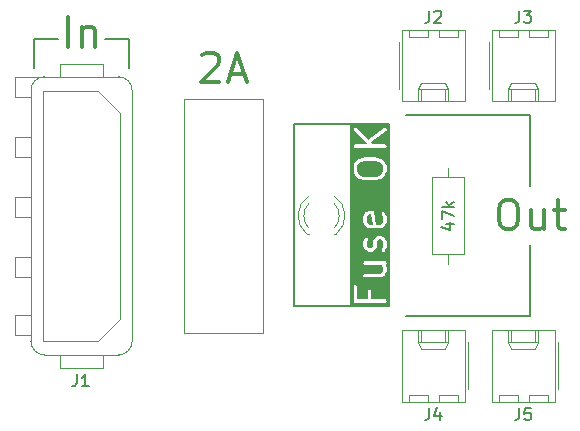
<source format=gbr>
%TF.GenerationSoftware,KiCad,Pcbnew,8.0.8*%
%TF.CreationDate,2025-04-29T10:47:02+02:00*%
%TF.ProjectId,stern-aux-power-distribution,73746572-6e2d-4617-9578-2d706f776572,rev?*%
%TF.SameCoordinates,Original*%
%TF.FileFunction,Legend,Top*%
%TF.FilePolarity,Positive*%
%FSLAX46Y46*%
G04 Gerber Fmt 4.6, Leading zero omitted, Abs format (unit mm)*
G04 Created by KiCad (PCBNEW 8.0.8) date 2025-04-29 10:47:02*
%MOMM*%
%LPD*%
G01*
G04 APERTURE LIST*
%ADD10C,0.200000*%
%ADD11C,0.300000*%
%ADD12C,0.150000*%
%ADD13C,0.120000*%
G04 APERTURE END LIST*
D10*
X26020000Y-17180000D02*
X26020000Y-19680000D01*
X18020000Y-17180000D02*
X18020000Y-19680000D01*
X20020000Y-17180000D02*
X18020000Y-17180000D01*
X26020000Y-17180000D02*
X24020000Y-17180000D01*
X48020000Y-24380000D02*
X40020000Y-24380000D01*
X48020000Y-39780000D02*
X40020000Y-39780000D01*
X40020000Y-39780000D02*
X40020000Y-24380000D01*
X60020000Y-29680000D02*
X60020000Y-23680000D01*
X60020000Y-40680000D02*
X60020000Y-34680000D01*
X49520000Y-40680000D02*
X60020000Y-40680000D01*
X49520000Y-23680000D02*
X60020000Y-23680000D01*
D11*
X57936666Y-30820947D02*
X58412857Y-30820947D01*
X58412857Y-30820947D02*
X58650952Y-30939995D01*
X58650952Y-30939995D02*
X58889047Y-31178090D01*
X58889047Y-31178090D02*
X59008095Y-31654280D01*
X59008095Y-31654280D02*
X59008095Y-32487614D01*
X59008095Y-32487614D02*
X58889047Y-32963804D01*
X58889047Y-32963804D02*
X58650952Y-33201900D01*
X58650952Y-33201900D02*
X58412857Y-33320947D01*
X58412857Y-33320947D02*
X57936666Y-33320947D01*
X57936666Y-33320947D02*
X57698571Y-33201900D01*
X57698571Y-33201900D02*
X57460476Y-32963804D01*
X57460476Y-32963804D02*
X57341428Y-32487614D01*
X57341428Y-32487614D02*
X57341428Y-31654280D01*
X57341428Y-31654280D02*
X57460476Y-31178090D01*
X57460476Y-31178090D02*
X57698571Y-30939995D01*
X57698571Y-30939995D02*
X57936666Y-30820947D01*
X61150952Y-31654280D02*
X61150952Y-33320947D01*
X60079524Y-31654280D02*
X60079524Y-32963804D01*
X60079524Y-32963804D02*
X60198571Y-33201900D01*
X60198571Y-33201900D02*
X60436666Y-33320947D01*
X60436666Y-33320947D02*
X60793809Y-33320947D01*
X60793809Y-33320947D02*
X61031905Y-33201900D01*
X61031905Y-33201900D02*
X61150952Y-33082852D01*
X61984286Y-31654280D02*
X62936667Y-31654280D01*
X62341429Y-30820947D02*
X62341429Y-32963804D01*
X62341429Y-32963804D02*
X62460476Y-33201900D01*
X62460476Y-33201900D02*
X62698571Y-33320947D01*
X62698571Y-33320947D02*
X62936667Y-33320947D01*
X20889048Y-17858447D02*
X20889048Y-15358447D01*
X22079524Y-16191780D02*
X22079524Y-17858447D01*
X22079524Y-16429876D02*
X22198571Y-16310828D01*
X22198571Y-16310828D02*
X22436666Y-16191780D01*
X22436666Y-16191780D02*
X22793809Y-16191780D01*
X22793809Y-16191780D02*
X23031905Y-16310828D01*
X23031905Y-16310828D02*
X23150952Y-16548923D01*
X23150952Y-16548923D02*
X23150952Y-17858447D01*
G36*
X46682144Y-32922856D02*
G01*
X46424334Y-32922856D01*
X46262631Y-32842004D01*
X46181780Y-32680302D01*
X46181780Y-32274933D01*
X46262631Y-32113230D01*
X46424333Y-32032380D01*
X46504049Y-32032380D01*
X46682144Y-32922856D01*
G37*
G36*
X47264616Y-27613061D02*
G01*
X47456121Y-27804567D01*
X47548447Y-27989217D01*
X47548447Y-28394589D01*
X47456121Y-28579239D01*
X47264616Y-28770745D01*
X46846650Y-28875237D01*
X46050245Y-28875237D01*
X45632278Y-28770745D01*
X45440772Y-28579239D01*
X45348447Y-28394588D01*
X45348447Y-27989218D01*
X45440772Y-27804567D01*
X45632278Y-27613061D01*
X46050245Y-27508570D01*
X46846650Y-27508570D01*
X47264616Y-27613061D01*
G37*
G36*
X48126225Y-39810158D02*
G01*
X44770669Y-39810158D01*
X44770669Y-38191904D01*
X45048447Y-38191904D01*
X45048447Y-39382380D01*
X45051329Y-39411644D01*
X45073727Y-39465716D01*
X45115111Y-39507100D01*
X45169183Y-39529498D01*
X45198447Y-39532380D01*
X47698447Y-39532380D01*
X47727711Y-39529498D01*
X47781783Y-39507100D01*
X47823167Y-39465716D01*
X47845565Y-39411644D01*
X47845565Y-39353116D01*
X47823167Y-39299044D01*
X47781783Y-39257660D01*
X47727711Y-39235262D01*
X47698447Y-39232380D01*
X46538923Y-39232380D01*
X46538923Y-38549047D01*
X46536041Y-38519783D01*
X46513643Y-38465711D01*
X46472259Y-38424327D01*
X46418187Y-38401929D01*
X46359659Y-38401929D01*
X46305587Y-38424327D01*
X46264203Y-38465711D01*
X46241805Y-38519783D01*
X46238923Y-38549047D01*
X46238923Y-39232380D01*
X45348447Y-39232380D01*
X45348447Y-38191904D01*
X45345565Y-38162640D01*
X45323167Y-38108568D01*
X45281783Y-38067184D01*
X45227711Y-38044786D01*
X45169183Y-38044786D01*
X45115111Y-38067184D01*
X45073727Y-38108568D01*
X45051329Y-38162640D01*
X45048447Y-38191904D01*
X44770669Y-38191904D01*
X44770669Y-36138831D01*
X45884662Y-36138831D01*
X45884662Y-36197359D01*
X45907060Y-36251431D01*
X45948444Y-36292815D01*
X46002516Y-36315213D01*
X46031780Y-36318095D01*
X47398220Y-36318095D01*
X47456121Y-36375996D01*
X47548447Y-36560647D01*
X47548447Y-36846971D01*
X47467596Y-37008672D01*
X47305894Y-37089523D01*
X46031780Y-37089523D01*
X46002516Y-37092405D01*
X45948444Y-37114803D01*
X45907060Y-37156187D01*
X45884662Y-37210259D01*
X45884662Y-37268787D01*
X45907060Y-37322859D01*
X45948444Y-37364243D01*
X46002516Y-37386641D01*
X46031780Y-37389523D01*
X47341304Y-37389523D01*
X47370568Y-37386641D01*
X47375546Y-37384578D01*
X47380922Y-37384197D01*
X47408386Y-37373687D01*
X47646482Y-37254640D01*
X47651375Y-37251559D01*
X47653684Y-37250790D01*
X47656558Y-37248296D01*
X47671367Y-37238975D01*
X47683690Y-37224766D01*
X47697899Y-37212443D01*
X47707220Y-37197634D01*
X47709714Y-37194760D01*
X47710483Y-37192451D01*
X47713564Y-37187558D01*
X47832611Y-36949463D01*
X47843121Y-36921999D01*
X47843502Y-36916623D01*
X47845565Y-36911645D01*
X47848447Y-36882381D01*
X47848447Y-36525238D01*
X47845565Y-36495974D01*
X47843502Y-36490995D01*
X47843121Y-36485620D01*
X47832611Y-36458156D01*
X47755404Y-36303741D01*
X47781783Y-36292815D01*
X47823167Y-36251431D01*
X47845565Y-36197359D01*
X47845565Y-36138831D01*
X47823167Y-36084759D01*
X47781783Y-36043375D01*
X47727711Y-36020977D01*
X47698447Y-36018095D01*
X46031780Y-36018095D01*
X46002516Y-36020977D01*
X45948444Y-36043375D01*
X45907060Y-36084759D01*
X45884662Y-36138831D01*
X44770669Y-36138831D01*
X44770669Y-34382380D01*
X45881780Y-34382380D01*
X45881780Y-34739523D01*
X45884662Y-34768787D01*
X45886723Y-34773764D01*
X45887106Y-34779142D01*
X45897616Y-34806605D01*
X46016664Y-35044701D01*
X46019743Y-35049592D01*
X46020513Y-35051902D01*
X46023007Y-35054778D01*
X46032329Y-35069586D01*
X46046537Y-35081908D01*
X46058860Y-35096117D01*
X46073665Y-35105436D01*
X46076544Y-35107933D01*
X46078855Y-35108703D01*
X46083746Y-35111782D01*
X46321841Y-35230830D01*
X46349305Y-35241340D01*
X46354680Y-35241721D01*
X46359659Y-35243784D01*
X46388923Y-35246666D01*
X46507971Y-35246666D01*
X46537235Y-35243784D01*
X46542212Y-35241722D01*
X46547590Y-35241340D01*
X46575053Y-35230830D01*
X46813149Y-35111782D01*
X46818040Y-35108702D01*
X46820350Y-35107933D01*
X46823226Y-35105438D01*
X46838034Y-35096117D01*
X46850356Y-35081908D01*
X46864565Y-35069586D01*
X46873884Y-35054780D01*
X46876381Y-35051902D01*
X46877151Y-35049590D01*
X46880230Y-35044700D01*
X46999278Y-34806605D01*
X47009788Y-34779141D01*
X47010169Y-34773765D01*
X47012232Y-34768787D01*
X47015114Y-34739523D01*
X47015114Y-34417789D01*
X47095964Y-34256088D01*
X47257667Y-34175237D01*
X47305894Y-34175237D01*
X47467596Y-34256088D01*
X47548447Y-34417789D01*
X47548447Y-34823161D01*
X47445236Y-35029584D01*
X47434726Y-35057048D01*
X47430578Y-35115428D01*
X47449086Y-35170950D01*
X47487433Y-35215165D01*
X47539782Y-35241340D01*
X47598162Y-35245488D01*
X47653684Y-35226980D01*
X47697899Y-35188633D01*
X47713564Y-35163748D01*
X47832611Y-34925653D01*
X47843121Y-34898189D01*
X47843502Y-34892813D01*
X47845565Y-34887835D01*
X47848447Y-34858571D01*
X47848447Y-34382380D01*
X47845565Y-34353116D01*
X47843502Y-34348137D01*
X47843121Y-34342762D01*
X47832611Y-34315298D01*
X47713564Y-34077203D01*
X47710483Y-34072309D01*
X47709714Y-34070001D01*
X47707220Y-34067126D01*
X47697899Y-34052318D01*
X47683690Y-34039994D01*
X47671367Y-34025786D01*
X47656558Y-34016464D01*
X47653684Y-34013971D01*
X47651375Y-34013201D01*
X47646482Y-34010121D01*
X47408386Y-33891073D01*
X47380923Y-33880563D01*
X47375545Y-33880180D01*
X47370568Y-33878119D01*
X47341304Y-33875237D01*
X47222257Y-33875237D01*
X47192993Y-33878119D01*
X47188012Y-33880182D01*
X47182638Y-33880564D01*
X47155175Y-33891073D01*
X46917079Y-34010121D01*
X46912184Y-34013201D01*
X46909877Y-34013971D01*
X46907003Y-34016463D01*
X46892193Y-34025786D01*
X46879868Y-34039997D01*
X46865662Y-34052318D01*
X46856340Y-34067125D01*
X46853847Y-34070001D01*
X46853077Y-34072309D01*
X46849997Y-34077203D01*
X46730950Y-34315298D01*
X46720440Y-34342762D01*
X46720058Y-34348137D01*
X46717996Y-34353116D01*
X46715114Y-34382380D01*
X46715114Y-34704112D01*
X46634262Y-34865814D01*
X46472561Y-34946666D01*
X46424334Y-34946666D01*
X46262631Y-34865814D01*
X46181780Y-34704112D01*
X46181780Y-34417790D01*
X46284992Y-34211367D01*
X46295502Y-34183903D01*
X46299650Y-34125523D01*
X46281143Y-34070001D01*
X46242796Y-34025786D01*
X46190447Y-33999611D01*
X46132067Y-33995463D01*
X46076544Y-34013970D01*
X46032329Y-34052317D01*
X46016664Y-34077202D01*
X45897616Y-34315298D01*
X45887106Y-34342761D01*
X45886723Y-34348138D01*
X45884662Y-34353116D01*
X45881780Y-34382380D01*
X44770669Y-34382380D01*
X44770669Y-32239523D01*
X45881780Y-32239523D01*
X45881780Y-32715713D01*
X45884662Y-32744977D01*
X45886723Y-32749954D01*
X45887106Y-32755332D01*
X45897616Y-32782795D01*
X46016664Y-33020891D01*
X46019743Y-33025782D01*
X46020513Y-33028092D01*
X46023007Y-33030968D01*
X46032329Y-33045776D01*
X46046537Y-33058098D01*
X46058860Y-33072307D01*
X46073665Y-33081626D01*
X46076544Y-33084123D01*
X46078855Y-33084893D01*
X46083746Y-33087972D01*
X46321841Y-33207020D01*
X46349305Y-33217530D01*
X46354680Y-33217911D01*
X46359659Y-33219974D01*
X46388923Y-33222856D01*
X46865270Y-33222856D01*
X47341304Y-33222856D01*
X47370568Y-33219974D01*
X47375545Y-33217912D01*
X47380923Y-33217530D01*
X47408386Y-33207020D01*
X47646482Y-33087972D01*
X47651375Y-33084891D01*
X47653684Y-33084122D01*
X47656558Y-33081628D01*
X47671367Y-33072307D01*
X47683690Y-33058098D01*
X47697899Y-33045775D01*
X47707220Y-33030966D01*
X47709714Y-33028092D01*
X47710483Y-33025783D01*
X47713564Y-33020890D01*
X47832611Y-32782795D01*
X47843121Y-32755331D01*
X47843502Y-32749955D01*
X47845565Y-32744977D01*
X47848447Y-32715713D01*
X47848447Y-32239523D01*
X47845565Y-32210259D01*
X47843502Y-32205280D01*
X47843121Y-32199905D01*
X47832611Y-32172441D01*
X47713564Y-31934345D01*
X47697899Y-31909460D01*
X47653684Y-31871113D01*
X47598162Y-31852605D01*
X47539782Y-31856753D01*
X47487433Y-31882928D01*
X47449086Y-31927143D01*
X47430578Y-31982665D01*
X47434726Y-32041045D01*
X47445236Y-32068509D01*
X47548447Y-32274932D01*
X47548447Y-32680303D01*
X47467596Y-32842004D01*
X47305894Y-32922856D01*
X46988084Y-32922856D01*
X46774106Y-31852963D01*
X46765541Y-31824832D01*
X46757362Y-31812619D01*
X46751739Y-31799044D01*
X46741238Y-31788543D01*
X46732974Y-31776203D01*
X46720745Y-31768050D01*
X46710355Y-31757660D01*
X46696635Y-31751976D01*
X46684277Y-31743738D01*
X46669859Y-31740885D01*
X46656283Y-31735262D01*
X46627019Y-31732380D01*
X46388923Y-31732380D01*
X46359659Y-31735262D01*
X46354680Y-31737324D01*
X46349305Y-31737706D01*
X46321841Y-31748216D01*
X46083746Y-31867263D01*
X46078852Y-31870343D01*
X46076544Y-31871113D01*
X46073669Y-31873606D01*
X46058861Y-31882928D01*
X46046537Y-31897136D01*
X46032329Y-31909460D01*
X46023007Y-31924268D01*
X46020514Y-31927143D01*
X46019744Y-31929451D01*
X46016664Y-31934345D01*
X45897616Y-32172441D01*
X45887106Y-32199904D01*
X45886723Y-32205281D01*
X45884662Y-32210259D01*
X45881780Y-32239523D01*
X44770669Y-32239523D01*
X44770669Y-27953808D01*
X45048447Y-27953808D01*
X45048447Y-28429999D01*
X45051329Y-28459263D01*
X45053390Y-28464240D01*
X45053773Y-28469618D01*
X45064283Y-28497081D01*
X45183331Y-28735177D01*
X45191258Y-28747770D01*
X45192774Y-28751429D01*
X45196154Y-28755548D01*
X45198996Y-28760062D01*
X45201990Y-28762658D01*
X45211429Y-28774160D01*
X45449524Y-29012255D01*
X45472255Y-29030910D01*
X45482556Y-29035177D01*
X45491518Y-29041817D01*
X45519210Y-29051710D01*
X45995400Y-29170758D01*
X46000471Y-29171507D01*
X46002516Y-29172355D01*
X46013538Y-29173440D01*
X46024489Y-29175060D01*
X46026676Y-29174734D01*
X46031780Y-29175237D01*
X46865114Y-29175237D01*
X46870217Y-29174734D01*
X46872405Y-29175060D01*
X46883355Y-29173440D01*
X46894378Y-29172355D01*
X46896422Y-29171507D01*
X46901494Y-29170758D01*
X47377685Y-29051710D01*
X47405376Y-29041817D01*
X47414337Y-29035177D01*
X47424639Y-29030910D01*
X47447370Y-29012255D01*
X47685466Y-28774160D01*
X47694909Y-28762653D01*
X47697899Y-28760061D01*
X47700735Y-28755555D01*
X47704121Y-28751430D01*
X47705638Y-28747766D01*
X47713564Y-28735176D01*
X47832611Y-28497081D01*
X47843121Y-28469617D01*
X47843502Y-28464241D01*
X47845565Y-28459263D01*
X47848447Y-28429999D01*
X47848447Y-27953808D01*
X47845565Y-27924544D01*
X47843502Y-27919565D01*
X47843121Y-27914190D01*
X47832611Y-27886726D01*
X47713564Y-27648631D01*
X47705638Y-27636040D01*
X47704121Y-27632377D01*
X47700735Y-27628251D01*
X47697899Y-27623746D01*
X47694909Y-27621153D01*
X47685466Y-27609647D01*
X47447370Y-27371552D01*
X47424639Y-27352897D01*
X47414337Y-27348629D01*
X47405376Y-27341990D01*
X47377685Y-27332097D01*
X46901494Y-27213049D01*
X46896422Y-27212299D01*
X46894378Y-27211452D01*
X46883355Y-27210366D01*
X46872405Y-27208747D01*
X46870217Y-27209072D01*
X46865114Y-27208570D01*
X46031780Y-27208570D01*
X46026676Y-27209072D01*
X46024489Y-27208747D01*
X46013538Y-27210366D01*
X46002516Y-27211452D01*
X46000471Y-27212299D01*
X45995400Y-27213049D01*
X45519210Y-27332097D01*
X45491518Y-27341990D01*
X45482556Y-27348629D01*
X45472255Y-27352897D01*
X45449524Y-27371552D01*
X45211429Y-27609647D01*
X45201990Y-27621148D01*
X45198996Y-27623745D01*
X45196154Y-27628258D01*
X45192774Y-27632378D01*
X45191258Y-27636036D01*
X45183331Y-27648630D01*
X45064283Y-27886726D01*
X45053773Y-27914189D01*
X45053390Y-27919566D01*
X45051329Y-27924544D01*
X45048447Y-27953808D01*
X44770669Y-27953808D01*
X44770669Y-24829307D01*
X45051329Y-24829307D01*
X45051329Y-24887833D01*
X45073726Y-24941905D01*
X45092381Y-24964636D01*
X46264887Y-26137141D01*
X45198447Y-26137141D01*
X45169183Y-26140023D01*
X45115111Y-26162421D01*
X45073727Y-26203805D01*
X45051329Y-26257877D01*
X45051329Y-26316405D01*
X45073727Y-26370477D01*
X45115111Y-26411861D01*
X45169183Y-26434259D01*
X45198447Y-26437141D01*
X47698447Y-26437141D01*
X47727711Y-26434259D01*
X47781783Y-26411861D01*
X47823167Y-26370477D01*
X47845565Y-26316405D01*
X47845565Y-26257877D01*
X47823167Y-26203805D01*
X47781783Y-26162421D01*
X47727711Y-26140023D01*
X47698447Y-26137141D01*
X46689151Y-26137141D01*
X46498237Y-25946227D01*
X47788447Y-24978570D01*
X47810129Y-24958706D01*
X47839948Y-24908344D01*
X47848224Y-24850407D01*
X47833700Y-24793710D01*
X47798583Y-24746888D01*
X47748221Y-24717069D01*
X47690284Y-24708793D01*
X47633587Y-24723317D01*
X47608447Y-24738570D01*
X46283951Y-25731942D01*
X45304513Y-24752504D01*
X45281782Y-24733849D01*
X45227710Y-24711452D01*
X45169184Y-24711452D01*
X45115112Y-24733849D01*
X45073726Y-24775235D01*
X45051329Y-24829307D01*
X44770669Y-24829307D01*
X44770669Y-24431015D01*
X48126225Y-24431015D01*
X48126225Y-39810158D01*
G37*
X32234286Y-18596542D02*
X32353334Y-18477495D01*
X32353334Y-18477495D02*
X32591429Y-18358447D01*
X32591429Y-18358447D02*
X33186667Y-18358447D01*
X33186667Y-18358447D02*
X33424762Y-18477495D01*
X33424762Y-18477495D02*
X33543810Y-18596542D01*
X33543810Y-18596542D02*
X33662857Y-18834638D01*
X33662857Y-18834638D02*
X33662857Y-19072733D01*
X33662857Y-19072733D02*
X33543810Y-19429876D01*
X33543810Y-19429876D02*
X32115238Y-20858447D01*
X32115238Y-20858447D02*
X33662857Y-20858447D01*
X34615238Y-20144161D02*
X35805714Y-20144161D01*
X34377143Y-20858447D02*
X35210476Y-18358447D01*
X35210476Y-18358447D02*
X36043809Y-20858447D01*
D12*
X51466666Y-14814819D02*
X51466666Y-15529104D01*
X51466666Y-15529104D02*
X51419047Y-15671961D01*
X51419047Y-15671961D02*
X51323809Y-15767200D01*
X51323809Y-15767200D02*
X51180952Y-15814819D01*
X51180952Y-15814819D02*
X51085714Y-15814819D01*
X51895238Y-14910057D02*
X51942857Y-14862438D01*
X51942857Y-14862438D02*
X52038095Y-14814819D01*
X52038095Y-14814819D02*
X52276190Y-14814819D01*
X52276190Y-14814819D02*
X52371428Y-14862438D01*
X52371428Y-14862438D02*
X52419047Y-14910057D01*
X52419047Y-14910057D02*
X52466666Y-15005295D01*
X52466666Y-15005295D02*
X52466666Y-15100533D01*
X52466666Y-15100533D02*
X52419047Y-15243390D01*
X52419047Y-15243390D02*
X51847619Y-15814819D01*
X51847619Y-15814819D02*
X52466666Y-15814819D01*
X52858152Y-32870476D02*
X53524819Y-32870476D01*
X52477200Y-33108571D02*
X53191485Y-33346666D01*
X53191485Y-33346666D02*
X53191485Y-32727619D01*
X52524819Y-32441904D02*
X52524819Y-31775238D01*
X52524819Y-31775238D02*
X53524819Y-32203809D01*
X53524819Y-31394285D02*
X52524819Y-31394285D01*
X53143866Y-31299047D02*
X53524819Y-31013333D01*
X52858152Y-31013333D02*
X53239104Y-31394285D01*
X59086666Y-14814819D02*
X59086666Y-15529104D01*
X59086666Y-15529104D02*
X59039047Y-15671961D01*
X59039047Y-15671961D02*
X58943809Y-15767200D01*
X58943809Y-15767200D02*
X58800952Y-15814819D01*
X58800952Y-15814819D02*
X58705714Y-15814819D01*
X59467619Y-14814819D02*
X60086666Y-14814819D01*
X60086666Y-14814819D02*
X59753333Y-15195771D01*
X59753333Y-15195771D02*
X59896190Y-15195771D01*
X59896190Y-15195771D02*
X59991428Y-15243390D01*
X59991428Y-15243390D02*
X60039047Y-15291009D01*
X60039047Y-15291009D02*
X60086666Y-15386247D01*
X60086666Y-15386247D02*
X60086666Y-15624342D01*
X60086666Y-15624342D02*
X60039047Y-15719580D01*
X60039047Y-15719580D02*
X59991428Y-15767200D01*
X59991428Y-15767200D02*
X59896190Y-15814819D01*
X59896190Y-15814819D02*
X59610476Y-15814819D01*
X59610476Y-15814819D02*
X59515238Y-15767200D01*
X59515238Y-15767200D02*
X59467619Y-15719580D01*
X51466666Y-48454819D02*
X51466666Y-49169104D01*
X51466666Y-49169104D02*
X51419047Y-49311961D01*
X51419047Y-49311961D02*
X51323809Y-49407200D01*
X51323809Y-49407200D02*
X51180952Y-49454819D01*
X51180952Y-49454819D02*
X51085714Y-49454819D01*
X52371428Y-48788152D02*
X52371428Y-49454819D01*
X52133333Y-48407200D02*
X51895238Y-49121485D01*
X51895238Y-49121485D02*
X52514285Y-49121485D01*
X21621666Y-45604819D02*
X21621666Y-46319104D01*
X21621666Y-46319104D02*
X21574047Y-46461961D01*
X21574047Y-46461961D02*
X21478809Y-46557200D01*
X21478809Y-46557200D02*
X21335952Y-46604819D01*
X21335952Y-46604819D02*
X21240714Y-46604819D01*
X22621666Y-46604819D02*
X22050238Y-46604819D01*
X22335952Y-46604819D02*
X22335952Y-45604819D01*
X22335952Y-45604819D02*
X22240714Y-45747676D01*
X22240714Y-45747676D02*
X22145476Y-45842914D01*
X22145476Y-45842914D02*
X22050238Y-45890533D01*
X59086666Y-48454819D02*
X59086666Y-49169104D01*
X59086666Y-49169104D02*
X59039047Y-49311961D01*
X59039047Y-49311961D02*
X58943809Y-49407200D01*
X58943809Y-49407200D02*
X58800952Y-49454819D01*
X58800952Y-49454819D02*
X58705714Y-49454819D01*
X60039047Y-48454819D02*
X59562857Y-48454819D01*
X59562857Y-48454819D02*
X59515238Y-48931009D01*
X59515238Y-48931009D02*
X59562857Y-48883390D01*
X59562857Y-48883390D02*
X59658095Y-48835771D01*
X59658095Y-48835771D02*
X59896190Y-48835771D01*
X59896190Y-48835771D02*
X59991428Y-48883390D01*
X59991428Y-48883390D02*
X60039047Y-48931009D01*
X60039047Y-48931009D02*
X60086666Y-49026247D01*
X60086666Y-49026247D02*
X60086666Y-49264342D01*
X60086666Y-49264342D02*
X60039047Y-49359580D01*
X60039047Y-49359580D02*
X59991428Y-49407200D01*
X59991428Y-49407200D02*
X59896190Y-49454819D01*
X59896190Y-49454819D02*
X59658095Y-49454819D01*
X59658095Y-49454819D02*
X59562857Y-49407200D01*
X59562857Y-49407200D02*
X59515238Y-49359580D01*
D13*
%TO.C,J2*%
X48860000Y-17480000D02*
X48860000Y-21480000D01*
X49150000Y-16450000D02*
X49150000Y-22470000D01*
X49150000Y-22470000D02*
X54450000Y-22470000D01*
X49730000Y-16450000D02*
X49730000Y-17050000D01*
X49730000Y-17050000D02*
X51330000Y-17050000D01*
X50530000Y-21470000D02*
X50780000Y-20940000D01*
X50530000Y-21470000D02*
X53070000Y-21470000D01*
X50530000Y-22470000D02*
X50530000Y-21470000D01*
X50780000Y-20940000D02*
X52820000Y-20940000D01*
X50780000Y-22470000D02*
X50780000Y-21470000D01*
X51330000Y-17050000D02*
X51330000Y-16450000D01*
X52270000Y-16450000D02*
X52270000Y-17050000D01*
X52270000Y-17050000D02*
X53870000Y-17050000D01*
X52820000Y-20940000D02*
X53070000Y-21470000D01*
X52820000Y-22470000D02*
X52820000Y-21470000D01*
X53070000Y-21470000D02*
X53070000Y-22470000D01*
X53870000Y-17050000D02*
X53870000Y-16450000D01*
X54450000Y-16450000D02*
X49150000Y-16450000D01*
X54450000Y-22470000D02*
X54450000Y-16450000D01*
%TO.C,R1*%
X51700000Y-28910000D02*
X51700000Y-35450000D01*
X51700000Y-35450000D02*
X54440000Y-35450000D01*
X53070000Y-28140000D02*
X53070000Y-28910000D01*
X53070000Y-36220000D02*
X53070000Y-35450000D01*
X54440000Y-28910000D02*
X51700000Y-28910000D01*
X54440000Y-35450000D02*
X54440000Y-28910000D01*
%TO.C,F1*%
X30655000Y-42085000D02*
X37385000Y-42085000D01*
X37385000Y-22275000D01*
X30655000Y-22275000D01*
X30655000Y-42085000D01*
%TO.C,J3*%
X56480000Y-17480000D02*
X56480000Y-21480000D01*
X56770000Y-16450000D02*
X56770000Y-22470000D01*
X56770000Y-22470000D02*
X62070000Y-22470000D01*
X57350000Y-16450000D02*
X57350000Y-17050000D01*
X57350000Y-17050000D02*
X58950000Y-17050000D01*
X58150000Y-21470000D02*
X58400000Y-20940000D01*
X58150000Y-21470000D02*
X60690000Y-21470000D01*
X58150000Y-22470000D02*
X58150000Y-21470000D01*
X58400000Y-20940000D02*
X60440000Y-20940000D01*
X58400000Y-22470000D02*
X58400000Y-21470000D01*
X58950000Y-17050000D02*
X58950000Y-16450000D01*
X59890000Y-16450000D02*
X59890000Y-17050000D01*
X59890000Y-17050000D02*
X61490000Y-17050000D01*
X60440000Y-20940000D02*
X60690000Y-21470000D01*
X60440000Y-22470000D02*
X60440000Y-21470000D01*
X60690000Y-21470000D02*
X60690000Y-22470000D01*
X61490000Y-17050000D02*
X61490000Y-16450000D01*
X62070000Y-16450000D02*
X56770000Y-16450000D01*
X62070000Y-22470000D02*
X62070000Y-16450000D01*
%TO.C,J4*%
X49150000Y-41890000D02*
X49150000Y-47910000D01*
X49150000Y-47910000D02*
X54450000Y-47910000D01*
X49730000Y-47310000D02*
X49730000Y-47910000D01*
X50530000Y-42890000D02*
X50530000Y-41890000D01*
X50780000Y-41890000D02*
X50780000Y-42890000D01*
X50780000Y-43420000D02*
X50530000Y-42890000D01*
X51330000Y-47310000D02*
X49730000Y-47310000D01*
X51330000Y-47910000D02*
X51330000Y-47310000D01*
X52270000Y-47310000D02*
X52270000Y-47910000D01*
X52820000Y-41890000D02*
X52820000Y-42890000D01*
X52820000Y-43420000D02*
X50780000Y-43420000D01*
X53070000Y-41890000D02*
X53070000Y-42890000D01*
X53070000Y-42890000D02*
X50530000Y-42890000D01*
X53070000Y-42890000D02*
X52820000Y-43420000D01*
X53870000Y-47310000D02*
X52270000Y-47310000D01*
X53870000Y-47910000D02*
X53870000Y-47310000D01*
X54450000Y-41890000D02*
X49150000Y-41890000D01*
X54450000Y-47910000D02*
X54450000Y-41890000D01*
X54740000Y-46880000D02*
X54740000Y-42880000D01*
%TO.C,D1*%
X43415061Y-30508603D02*
G75*
G02*
X43570516Y-33740000I-1080061J-1671397D01*
G01*
X43415049Y-31139090D02*
G75*
G02*
X43415000Y-33220961I-1080049J-1040910D01*
G01*
X41255000Y-33220961D02*
G75*
G02*
X41254951Y-31139090I1080000J1040961D01*
G01*
X41099484Y-33740000D02*
G75*
G02*
X41254939Y-30508603I1235516J1560000D01*
G01*
X43415000Y-33740000D02*
X43571000Y-33740000D01*
X41099000Y-33740000D02*
X41255000Y-33740000D01*
%TO.C,J1*%
X26295000Y-42810000D02*
G75*
G02*
X25155000Y-43950000I-1139999J-1D01*
G01*
X25155000Y-20410000D02*
G75*
G02*
X26295000Y-21550000I0J-1140000D01*
G01*
X18875000Y-43950000D02*
G75*
G02*
X17735000Y-42810000I-1J1139999D01*
G01*
X17735000Y-21550000D02*
G75*
G02*
X18875000Y-20410000I1140000J0D01*
G01*
X26295000Y-42810000D02*
X26295000Y-21550000D01*
X25235000Y-40920000D02*
X23405000Y-42750000D01*
X25235000Y-23440000D02*
X25235000Y-40920000D01*
X25155000Y-20410000D02*
X16345000Y-20410000D01*
X23875000Y-45030000D02*
X20155000Y-45030000D01*
X23875000Y-43950000D02*
X23875000Y-45030000D01*
X23875000Y-20410000D02*
X23875000Y-19330000D01*
X23875000Y-19330000D02*
X20155000Y-19330000D01*
X23405000Y-42750000D02*
X18795000Y-42750000D01*
X23405000Y-21610000D02*
X25235000Y-23440000D01*
X20155000Y-45030000D02*
X20155000Y-43950000D01*
X20155000Y-19330000D02*
X20155000Y-20410000D01*
X18875000Y-43950000D02*
X25155000Y-43950000D01*
X18795000Y-42750000D02*
X18795000Y-21610000D01*
X18795000Y-21610000D02*
X23405000Y-21610000D01*
X17735000Y-42270000D02*
X16345000Y-42270000D01*
X17735000Y-37380000D02*
X16345000Y-37380000D01*
X17735000Y-32300000D02*
X16345000Y-32300000D01*
X17735000Y-27200000D02*
X16345000Y-27200000D01*
X17735000Y-22100000D02*
X16345000Y-22100000D01*
X17735000Y-21550000D02*
X17735000Y-42810000D01*
X16345000Y-42270000D02*
X16345000Y-40580000D01*
X16345000Y-40580000D02*
X17735000Y-40580000D01*
X16345000Y-37380000D02*
X16345000Y-35690000D01*
X16345000Y-35690000D02*
X17735000Y-35690000D01*
X16345000Y-32300000D02*
X16345000Y-30610000D01*
X16345000Y-30610000D02*
X17735000Y-30610000D01*
X16345000Y-27200000D02*
X16345000Y-25510000D01*
X16345000Y-25510000D02*
X17735000Y-25510000D01*
X16345000Y-22100000D02*
X16345000Y-20410000D01*
%TO.C,J5*%
X56770000Y-41890000D02*
X56770000Y-47910000D01*
X56770000Y-47910000D02*
X62070000Y-47910000D01*
X57350000Y-47310000D02*
X57350000Y-47910000D01*
X58150000Y-42890000D02*
X58150000Y-41890000D01*
X58400000Y-41890000D02*
X58400000Y-42890000D01*
X58400000Y-43420000D02*
X58150000Y-42890000D01*
X58950000Y-47310000D02*
X57350000Y-47310000D01*
X58950000Y-47910000D02*
X58950000Y-47310000D01*
X59890000Y-47310000D02*
X59890000Y-47910000D01*
X60440000Y-41890000D02*
X60440000Y-42890000D01*
X60440000Y-43420000D02*
X58400000Y-43420000D01*
X60690000Y-41890000D02*
X60690000Y-42890000D01*
X60690000Y-42890000D02*
X58150000Y-42890000D01*
X60690000Y-42890000D02*
X60440000Y-43420000D01*
X61490000Y-47310000D02*
X59890000Y-47310000D01*
X61490000Y-47910000D02*
X61490000Y-47310000D01*
X62070000Y-41890000D02*
X56770000Y-41890000D01*
X62070000Y-47910000D02*
X62070000Y-41890000D01*
X62360000Y-46880000D02*
X62360000Y-42880000D01*
%TD*%
M02*

</source>
